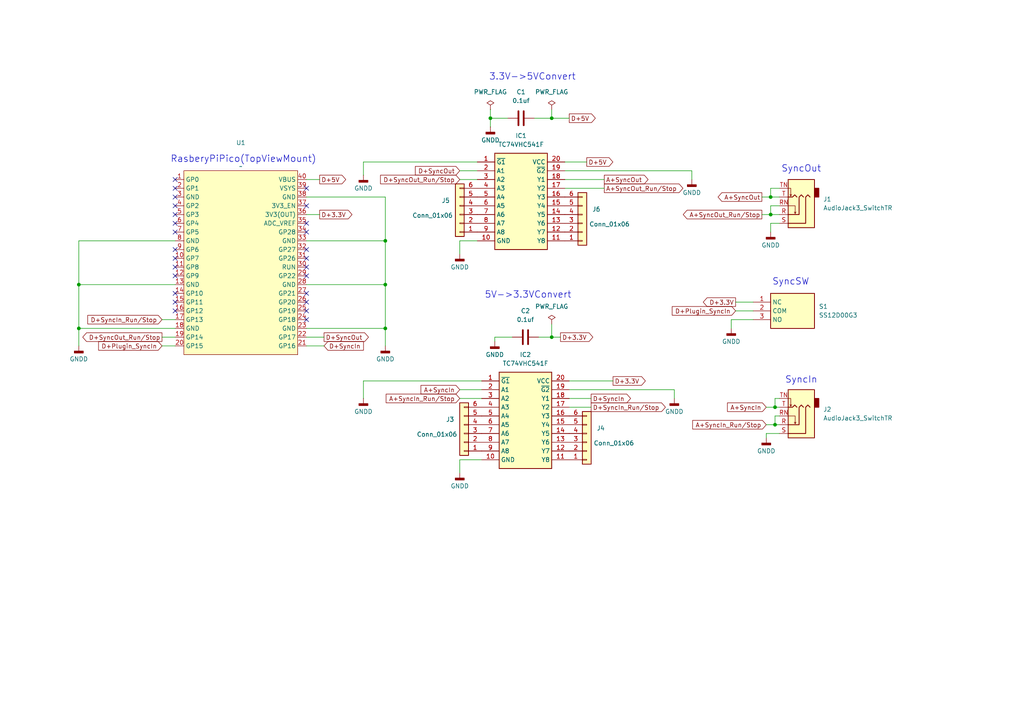
<source format=kicad_sch>
(kicad_sch (version 20231120) (generator "eeschema") (generator_version "8.0")
  (paper "A4")
  (lib_symbols
    (symbol "Connector_Audio:AudioJack3_SwitchTR"
      (property "Reference" "J" (at 0 8.89 0))
      (property "Value" "AudioJack3_SwitchTR" (at 0 6.35 0))
      (symbol "AudioJack3_SwitchTR_0_1"
        (rectangle (start -5.08 -5.08) (end -6.35 -7.62) (stroke (width 0.254)) (fill (type outline)))
        (polyline (pts (xy 0.508 -0.254) (xy 0.762 -0.762)))
        (polyline (pts (xy 1.778 -5.334) (xy 2.032 -5.842)))
        (polyline (pts (xy 0 -5.08) (xy 0.635 -5.715) (xy 1.27 -5.08) (xy 2.54 -5.08)) (stroke (width 0.254)))
        (polyline (pts (xy 2.54 -7.62) (xy 1.778 -7.62) (xy 1.778 -5.334) (xy 1.524 -5.842)))
        (polyline (pts (xy 2.54 -2.54) (xy 0.508 -2.54) (xy 0.508 -0.254) (xy 0.254 -0.762)))
        (polyline (pts (xy -1.905 -5.08) (xy -1.27 -5.715) (xy -0.635 -5.08) (xy -0.635 0) (xy 2.54 0)) (stroke (width 0.254)))
        (polyline (pts (xy 2.54 2.54) (xy -2.54 2.54) (xy -2.54 -5.08) (xy -3.175 -5.715) (xy -3.81 -5.08)) (stroke (width 0.254)))
        (rectangle (start 2.54 3.81) (end -5.08 -10.16) (stroke (width 0.254)) (fill (type background)))
      )
      (symbol "AudioJack3_SwitchTR_1_1"
        (pin passive line (at 5.08 0 180) (length 2.54) (name "~") (number "R"))
        (pin passive line (at 5.08 -2.54 180) (length 2.54) (name "~") (number "RN"))
        (pin passive line (at 5.08 2.54 180) (length 2.54) (name "~") (number "S"))
        (pin passive line (at 5.08 -5.08 180) (length 2.54) (name "~") (number "T"))
        (pin passive line (at 5.08 -7.62 180) (length 2.54) (name "~") (number "TN"))
      )
    )
    (symbol "Connector_Generic:Conn_01x06" (pin_names (offset 1.016) hide)
      (property "Reference" "J" (at 0 7.62 0))
      (property "Value" "Conn_01x06" (at 0 -10.16 0))
      (symbol "Conn_01x06_1_1"
        (rectangle (start -1.27 -7.493) (end 0 -7.747) (stroke (width 0.1524)))
        (rectangle (start -1.27 -4.953) (end 0 -5.207) (stroke (width 0.1524)))
        (rectangle (start -1.27 -2.413) (end 0 -2.667) (stroke (width 0.1524)))
        (rectangle (start -1.27 0.127) (end 0 -0.127) (stroke (width 0.1524)))
        (rectangle (start -1.27 2.667) (end 0 2.413) (stroke (width 0.1524)))
        (rectangle (start -1.27 5.207) (end 0 4.953) (stroke (width 0.1524)))
        (rectangle (start -1.27 6.35) (end 1.27 -8.89) (stroke (width 0.254)) (fill (type background)))
        (pin passive line (at -5.08 5.08 0) (length 3.81) (name "Pin_1") (number "1"))
        (pin passive line (at -5.08 2.54 0) (length 3.81) (name "Pin_2") (number "2"))
        (pin passive line (at -5.08 0 0) (length 3.81) (name "Pin_3") (number "3"))
        (pin passive line (at -5.08 -2.54 0) (length 3.81) (name "Pin_4") (number "4"))
        (pin passive line (at -5.08 -5.08 0) (length 3.81) (name "Pin_5") (number "5"))
        (pin passive line (at -5.08 -7.62 0) (length 3.81) (name "Pin_6") (number "6"))
      )
    )
    (symbol "Device:C" (pin_numbers hide) (pin_names (offset 0.254))
      (property "Reference" "C" (at 0.635 2.54 0))
      (property "Value" "C" (at 0.635 -2.54 0))
      (symbol "C_0_1"
        (polyline (pts (xy -2.032 -0.762) (xy 2.032 -0.762)) (stroke (width 0.508)))
        (polyline (pts (xy -2.032 0.762) (xy 2.032 0.762)) (stroke (width 0.508)))
      )
      (symbol "C_1_1"
        (pin passive line (at 0 3.81 270) (length 2.794) (name "~") (number "1"))
        (pin passive line (at 0 -3.81 90) (length 2.794) (name "~") (number "2"))
      )
    )
    (symbol "SamacSys_Parts:Raspberry_Pi_Pico_DIPConnector"
      (property "Reference" "U" (at 0 28.702 0))
      (symbol "Raspberry_Pi_Pico_DIPConnector_1_1"
        (rectangle (start -16.51 25.4) (end 16.51 -27.94) (fill (type background)))
        (pin bidirectional line (at -19.05 22.86 0) (length 2.54) (name "GP0") (number "1"))
        (pin bidirectional line (at -19.05 0 0) (length 2.54) (name "GP7") (number "10"))
        (pin bidirectional line (at -19.05 -2.54 0) (length 2.54) (name "GP8") (number "11"))
        (pin bidirectional line (at -19.05 -5.08 0) (length 2.54) (name "GP9") (number "12"))
        (pin power_in line (at -19.05 -7.62 0) (length 2.54) (name "GND") (number "13"))
        (pin bidirectional line (at -19.05 -10.16 0) (length 2.54) (name "GP10") (number "14"))
        (pin bidirectional line (at -19.05 -12.7 0) (length 2.54) (name "GP11") (number "15"))
        (pin bidirectional line (at -19.05 -15.24 0) (length 2.54) (name "GP12") (number "16"))
        (pin bidirectional line (at -19.05 -17.78 0) (length 2.54) (name "GP13") (number "17"))
        (pin power_in line (at -19.05 -20.32 0) (length 2.54) (name "GND") (number "18"))
        (pin bidirectional line (at -19.05 -22.86 0) (length 2.54) (name "GP14") (number "19"))
        (pin bidirectional line (at -19.05 20.32 0) (length 2.54) (name "GP1") (number "2"))
        (pin bidirectional line (at -19.05 -25.4 0) (length 2.54) (name "GP15") (number "20"))
        (pin bidirectional line (at 19.05 -25.4 180) (length 2.54) (name "GP16") (number "21"))
        (pin bidirectional line (at 19.05 -22.86 180) (length 2.54) (name "GP17") (number "22"))
        (pin power_in line (at 19.05 -20.32 180) (length 2.54) (name "GND") (number "23"))
        (pin bidirectional line (at 19.05 -17.78 180) (length 2.54) (name "GP18") (number "24"))
        (pin bidirectional line (at 19.05 -15.24 180) (length 2.54) (name "GP19") (number "25"))
        (pin bidirectional line (at 19.05 -12.7 180) (length 2.54) (name "GP20") (number "26"))
        (pin bidirectional line (at 19.05 -10.16 180) (length 2.54) (name "GP21") (number "27"))
        (pin power_in line (at 19.05 -7.62 180) (length 2.54) (name "GND") (number "28"))
        (pin bidirectional line (at 19.05 -5.08 180) (length 2.54) (name "GP22") (number "29"))
        (pin power_in line (at -19.05 17.78 0) (length 2.54) (name "GND") (number "3"))
        (pin input line (at 19.05 -2.54 180) (length 2.54) (name "RUN") (number "30"))
        (pin bidirectional line (at 19.05 0 180) (length 2.54) (name "GP26") (number "31"))
        (pin bidirectional line (at 19.05 2.54 180) (length 2.54) (name "GP27") (number "32"))
        (pin power_in line (at 19.05 5.08 180) (length 2.54) (name "GND") (number "33"))
        (pin bidirectional line (at 19.05 7.62 180) (length 2.54) (name "GP28") (number "34"))
        (pin input line (at 19.05 10.16 180) (length 2.54) (name "ADC_VREF") (number "35"))
        (pin power_in line (at 19.05 12.7 180) (length 2.54) (name "3V3(OUT)") (number "36"))
        (pin input line (at 19.05 15.24 180) (length 2.54) (name "3V3_EN") (number "37"))
        (pin power_in line (at 19.05 17.78 180) (length 2.54) (name "GND") (number "38"))
        (pin power_in line (at 19.05 20.32 180) (length 2.54) (name "VSYS") (number "39"))
        (pin bidirectional line (at -19.05 15.24 0) (length 2.54) (name "GP2") (number "4"))
        (pin power_in line (at 19.05 22.86 180) (length 2.54) (name "VBUS") (number "40"))
        (pin bidirectional line (at -19.05 12.7 0) (length 2.54) (name "GP3") (number "5"))
        (pin bidirectional line (at -19.05 10.16 0) (length 2.54) (name "GP4") (number "6"))
        (pin bidirectional line (at -19.05 7.62 0) (length 2.54) (name "GP5") (number "7"))
        (pin power_in line (at -19.05 5.08 0) (length 2.54) (name "GND") (number "8"))
        (pin bidirectional line (at -19.05 2.54 0) (length 2.54) (name "GP6") (number "9"))
      )
    )
    (symbol "SamacSys_Parts:SS12D00G3"
      (property "Reference" "S1" (at 19.05 -1.2699 0))
      (property "Value" "SS12D00G3" (at 19.05 -3.8099 0))
      (symbol "SS12D00G3_1_1"
        (rectangle (start 5.08 2.54) (end 17.78 -7.62) (stroke (width 0.254)) (fill (type background)))
        (pin passive line (at 0 0 0) (length 5.08) (name "NC") (number "1"))
        (pin passive line (at 0 -2.54 0) (length 5.08) (name "COM") (number "2"))
        (pin passive line (at 0 -5.08 0) (length 5.08) (name "NO") (number "3"))
      )
    )
    (symbol "SamacSys_Parts:TC74VHC541F"
      (property "Reference" "IC" (at 21.59 7.62 0))
      (property "Value" "TC74VHC541F" (at 21.59 5.08 0))
      (symbol "TC74VHC541F_1_1"
        (rectangle (start 5.08 2.54) (end 20.32 -25.4) (stroke (width 0.254)) (fill (type background)))
        (pin passive line (at 0 0 0) (length 5.08) (name "~{G1}") (number "1"))
        (pin passive line (at 0 -22.86 0) (length 5.08) (name "GND") (number "10"))
        (pin passive line (at 25.4 -22.86 180) (length 5.08) (name "Y8") (number "11"))
        (pin passive line (at 25.4 -20.32 180) (length 5.08) (name "Y7") (number "12"))
        (pin passive line (at 25.4 -17.78 180) (length 5.08) (name "Y6") (number "13"))
        (pin passive line (at 25.4 -15.24 180) (length 5.08) (name "Y5") (number "14"))
        (pin passive line (at 25.4 -12.7 180) (length 5.08) (name "Y4") (number "15"))
        (pin passive line (at 25.4 -10.16 180) (length 5.08) (name "Y3") (number "16"))
        (pin passive line (at 25.4 -7.62 180) (length 5.08) (name "Y2") (number "17"))
        (pin passive line (at 25.4 -5.08 180) (length 5.08) (name "Y1") (number "18"))
        (pin passive line (at 25.4 -2.54 180) (length 5.08) (name "~{G2}") (number "19"))
        (pin passive line (at 0 -2.54 0) (length 5.08) (name "A1") (number "2"))
        (pin passive line (at 25.4 0 180) (length 5.08) (name "VCC") (number "20"))
        (pin passive line (at 0 -5.08 0) (length 5.08) (name "A2") (number "3"))
        (pin passive line (at 0 -7.62 0) (length 5.08) (name "A3") (number "4"))
        (pin passive line (at 0 -10.16 0) (length 5.08) (name "A4") (number "5"))
        (pin passive line (at 0 -12.7 0) (length 5.08) (name "A5") (number "6"))
        (pin passive line (at 0 -15.24 0) (length 5.08) (name "A6") (number "7"))
        (pin passive line (at 0 -17.78 0) (length 5.08) (name "A7") (number "8"))
        (pin passive line (at 0 -20.32 0) (length 5.08) (name "A8") (number "9"))
      )
    )
    (symbol "power:GNDD" (power) (pin_numbers hide) (pin_names (offset 0) hide)
      (property "Value" "GNDD" (at 0 -3.175 0))
      (symbol "GNDD_0_1"
        (rectangle (start -1.27 -1.524) (end 1.27 -2.032) (stroke (width 0.254)) (fill (type outline)))
        (polyline (pts (xy 0 0) (xy 0 -1.524)))
      )
      (symbol "GNDD_1_1"
        (pin power_in line (at 0 0 270) (length 0) (name "~") (number "1"))
      )
    )
    (symbol "power:PWR_FLAG" (power) (pin_numbers hide) (pin_names (offset 0) hide)
      (property "Value" "PWR_FLAG" (at 0 3.81 0))
      (symbol "PWR_FLAG_0_0"
        (pin power_out line (at 0 0 90) (length 0) (name "~") (number "1"))
      )
      (symbol "PWR_FLAG_0_1"
        (polyline (pts (xy 0 0) (xy 0 1.27) (xy -1.016 1.905) (xy 0 2.54) (xy 1.016 1.905) (xy 0 1.27)))
      )
    )
  )
  (junction (at 111.76 69.85))
  (junction (at 111.76 95.25))
  (junction (at 223.52 57.15))
  (junction (at 142.24 34.29))
  (junction (at 223.52 62.23))
  (junction (at 111.76 82.55))
  (junction (at 160.02 97.79))
  (junction (at 160.02 34.29))
  (junction (at 224.79 118.11))
  (junction (at 224.79 123.19))
  (junction (at 22.86 82.55))
  (junction (at 22.86 95.25))
  (no_connect (at 88.9 64.77))
  (no_connect (at 50.8 77.47))
  (no_connect (at 50.8 80.01))
  (no_connect (at 50.8 64.77))
  (no_connect (at 50.8 87.63))
  (no_connect (at 88.9 77.47))
  (no_connect (at 50.8 67.31))
  (no_connect (at 50.8 62.23))
  (no_connect (at 88.9 72.39))
  (no_connect (at 88.9 74.93))
  (no_connect (at 88.9 59.69))
  (no_connect (at 50.8 74.93))
  (no_connect (at 50.8 90.17))
  (no_connect (at 50.8 57.15))
  (no_connect (at 88.9 87.63))
  (no_connect (at 50.8 59.69))
  (no_connect (at 88.9 80.01))
  (no_connect (at 50.8 72.39))
  (no_connect (at 88.9 92.71))
  (no_connect (at 50.8 52.07))
  (no_connect (at 88.9 85.09))
  (no_connect (at 50.8 85.09))
  (no_connect (at 88.9 54.61))
  (no_connect (at 88.9 67.31))
  (no_connect (at 88.9 90.17))
  (no_connect (at 50.8 54.61))
  (wire (pts (xy 22.86 82.55) (xy 22.86 95.25)))
  (wire (pts (xy 224.79 120.65) (xy 224.79 123.19)))
  (wire (pts (xy 88.9 95.25) (xy 111.76 95.25)))
  (wire (pts (xy 226.06 115.57) (xy 224.79 115.57)))
  (wire (pts (xy 195.58 113.03) (xy 195.58 115.57)))
  (wire (pts (xy 220.98 57.15) (xy 223.52 57.15)))
  (wire (pts (xy 200.66 49.53) (xy 200.66 52.07)))
  (wire (pts (xy 111.76 95.25) (xy 111.76 100.33)))
  (wire (pts (xy 175.26 52.07) (xy 163.83 52.07)))
  (wire (pts (xy 142.24 34.29) (xy 142.24 36.83)))
  (wire (pts (xy 220.98 62.23) (xy 223.52 62.23)))
  (wire (pts (xy 88.9 82.55) (xy 111.76 82.55)))
  (wire (pts (xy 212.09 92.71) (xy 212.09 95.25)))
  (wire (pts (xy 223.52 64.77) (xy 223.52 67.31)))
  (wire (pts (xy 148.59 97.79) (xy 143.51 97.79)))
  (wire (pts (xy 142.24 31.75) (xy 142.24 34.29)))
  (wire (pts (xy 218.44 92.71) (xy 212.09 92.71)))
  (wire (pts (xy 223.52 54.61) (xy 223.52 57.15)))
  (wire (pts (xy 133.35 133.35) (xy 133.35 137.16)))
  (wire (pts (xy 226.06 59.69) (xy 223.52 59.69)))
  (wire (pts (xy 224.79 118.11) (xy 226.06 118.11)))
  (wire (pts (xy 154.94 34.29) (xy 160.02 34.29)))
  (wire (pts (xy 163.83 49.53) (xy 200.66 49.53)))
  (wire (pts (xy 160.02 97.79) (xy 162.56 97.79)))
  (wire (pts (xy 165.1 110.49) (xy 177.8 110.49)))
  (wire (pts (xy 88.9 62.23) (xy 92.71 62.23)))
  (wire (pts (xy 224.79 115.57) (xy 224.79 118.11)))
  (wire (pts (xy 88.9 52.07) (xy 92.71 52.07)))
  (wire (pts (xy 105.41 110.49) (xy 105.41 115.57)))
  (wire (pts (xy 163.83 46.99) (xy 170.18 46.99)))
  (wire (pts (xy 175.26 54.61) (xy 163.83 54.61)))
  (wire (pts (xy 138.43 46.99) (xy 105.41 46.99)))
  (wire (pts (xy 22.86 69.85) (xy 22.86 82.55)))
  (wire (pts (xy 223.52 62.23) (xy 226.06 62.23)))
  (wire (pts (xy 88.9 97.79) (xy 93.98 97.79)))
  (wire (pts (xy 222.25 123.19) (xy 224.79 123.19)))
  (wire (pts (xy 156.21 97.79) (xy 160.02 97.79)))
  (wire (pts (xy 165.1 113.03) (xy 195.58 113.03)))
  (wire (pts (xy 139.7 110.49) (xy 105.41 110.49)))
  (wire (pts (xy 133.35 52.07) (xy 138.43 52.07)))
  (wire (pts (xy 138.43 69.85) (xy 133.35 69.85)))
  (wire (pts (xy 22.86 95.25) (xy 22.86 100.33)))
  (wire (pts (xy 46.99 92.71) (xy 50.8 92.71)))
  (wire (pts (xy 46.99 100.33) (xy 50.8 100.33)))
  (wire (pts (xy 171.45 118.11) (xy 165.1 118.11)))
  (wire (pts (xy 226.06 64.77) (xy 223.52 64.77)))
  (wire (pts (xy 50.8 69.85) (xy 22.86 69.85)))
  (wire (pts (xy 46.99 97.79) (xy 50.8 97.79)))
  (wire (pts (xy 223.52 57.15) (xy 226.06 57.15)))
  (wire (pts (xy 226.06 125.73) (xy 222.25 125.73)))
  (wire (pts (xy 139.7 133.35) (xy 133.35 133.35)))
  (wire (pts (xy 222.25 118.11) (xy 224.79 118.11)))
  (wire (pts (xy 160.02 34.29) (xy 165.1 34.29)))
  (wire (pts (xy 133.35 115.57) (xy 139.7 115.57)))
  (wire (pts (xy 226.06 120.65) (xy 224.79 120.65)))
  (wire (pts (xy 88.9 57.15) (xy 111.76 57.15)))
  (wire (pts (xy 111.76 82.55) (xy 111.76 95.25)))
  (wire (pts (xy 133.35 49.53) (xy 138.43 49.53)))
  (wire (pts (xy 222.25 125.73) (xy 222.25 127)))
  (wire (pts (xy 50.8 95.25) (xy 22.86 95.25)))
  (wire (pts (xy 50.8 82.55) (xy 22.86 82.55)))
  (wire (pts (xy 111.76 69.85) (xy 111.76 82.55)))
  (wire (pts (xy 111.76 57.15) (xy 111.76 69.85)))
  (wire (pts (xy 133.35 113.03) (xy 139.7 113.03)))
  (wire (pts (xy 105.41 46.99) (xy 105.41 50.8)))
  (wire (pts (xy 88.9 69.85) (xy 111.76 69.85)))
  (wire (pts (xy 160.02 93.98) (xy 160.02 97.79)))
  (wire (pts (xy 224.79 123.19) (xy 226.06 123.19)))
  (wire (pts (xy 147.32 34.29) (xy 142.24 34.29)))
  (wire (pts (xy 88.9 100.33) (xy 93.98 100.33)))
  (wire (pts (xy 171.45 115.57) (xy 165.1 115.57)))
  (wire (pts (xy 213.36 87.63) (xy 218.44 87.63)))
  (wire (pts (xy 213.36 90.17) (xy 218.44 90.17)))
  (wire (pts (xy 226.06 54.61) (xy 223.52 54.61)))
  (wire (pts (xy 223.52 59.69) (xy 223.52 62.23)))
  (wire (pts (xy 143.51 97.79) (xy 143.51 99.06)))
  (wire (pts (xy 160.02 31.75) (xy 160.02 34.29)))
  (wire (pts (xy 133.35 69.85) (xy 133.35 73.66)))
  (text "RasberyPiPico(TopViewMount)" (at 70.612 46.228 0) (effects (font (size 1.905 1.905))))
  (text "SyncIn" (at 232.41 110.236 0) (effects (font (size 1.905 1.905))))
  (text "3.3V->5VConvert" (at 154.432 22.352 0) (effects (font (size 1.905 1.905))))
  (text "SyncSW" (at 229.362 81.788 0) (effects (font (size 1.905 1.905))))
  (text "SyncOut" (at 232.41 49.022 0) (effects (font (size 1.905 1.905))))
  (text "5V->3.3VConvert" (at 153.162 85.598 0) (effects (font (size 1.905 1.905))))
  (global_label "D+3.3V" (shape output) (at 162.56 97.79 0) (property "Intersheetrefs" "${INTERSHEET_REFS}" (effects (hide yes))))
  (global_label "D+3.3V" (shape output) (at 213.36 87.63 180) (property "Intersheetrefs" "${INTERSHEET_REFS}" (effects (hide yes))))
  (global_label "D+SyncIn" (shape output) (at 171.45 115.57 0) (property "Intersheetrefs" "${INTERSHEET_REFS}" (effects (hide yes))))
  (global_label "A+SyncIn_Run/Stop" (shape input) (at 222.25 123.19 180) (property "Intersheetrefs" "${INTERSHEET_REFS}" (effects (hide yes))))
  (global_label "D+SyncIn" (shape input) (at 93.98 100.33 0) (property "Intersheetrefs" "${INTERSHEET_REFS}" (effects (hide yes))))
  (global_label "A+SyncIn_Run/Stop" (shape input) (at 133.35 115.57 180) (property "Intersheetrefs" "${INTERSHEET_REFS}" (effects (hide yes))))
  (global_label "D+SyncIn_Run/Stop" (shape output) (at 171.45 118.11 0) (property "Intersheetrefs" "${INTERSHEET_REFS}" (effects (hide yes))))
  (global_label "D+5V" (shape output) (at 165.1 34.29 0) (property "Intersheetrefs" "${INTERSHEET_REFS}" (effects (hide yes))))
  (global_label "D+SyncOut_Run/Stop" (shape output) (at 46.99 97.79 180) (property "Intersheetrefs" "${INTERSHEET_REFS}" (effects (hide yes))))
  (global_label "D+SyncIn_Run/Stop" (shape input) (at 46.99 92.71 180) (property "Intersheetrefs" "${INTERSHEET_REFS}" (effects (hide yes))))
  (global_label "D+5V" (shape output) (at 170.18 46.99 0) (property "Intersheetrefs" "${INTERSHEET_REFS}" (effects (hide yes))))
  (global_label "D+SyncOut_Run/Stop" (shape input) (at 133.35 52.07 180) (property "Intersheetrefs" "${INTERSHEET_REFS}" (effects (hide yes))))
  (global_label "D+SyncOut" (shape output) (at 93.98 97.79 0) (property "Intersheetrefs" "${INTERSHEET_REFS}" (effects (hide yes))))
  (global_label "A+SyncOut_Run/Stop" (shape output) (at 220.98 62.23 180) (property "Intersheetrefs" "${INTERSHEET_REFS}" (effects (hide yes))))
  (global_label "D+Plugin_SyncIn" (shape input) (at 46.99 100.33 180) (property "Intersheetrefs" "${INTERSHEET_REFS}" (effects (hide yes))))
  (global_label "D+Plugin_SyncIn" (shape input) (at 213.36 90.17 180) (property "Intersheetrefs" "${INTERSHEET_REFS}" (effects (hide yes))))
  (global_label "A+SyncOut_Run/Stop" (shape output) (at 175.26 54.61 0) (property "Intersheetrefs" "${INTERSHEET_REFS}" (effects (hide yes))))
  (global_label "D+3.3V" (shape output) (at 92.71 62.23 0) (property "Intersheetrefs" "${INTERSHEET_REFS}" (effects (hide yes))))
  (global_label "A+SyncOut" (shape output) (at 220.98 57.15 180) (property "Intersheetrefs" "${INTERSHEET_REFS}" (effects (hide yes))))
  (global_label "A+SyncOut" (shape output) (at 175.26 52.07 0) (property "Intersheetrefs" "${INTERSHEET_REFS}" (effects (hide yes))))
  (global_label "A+SyncIn" (shape input) (at 222.25 118.11 180) (property "Intersheetrefs" "${INTERSHEET_REFS}" (effects (hide yes))))
  (global_label "D+5V" (shape output) (at 92.71 52.07 0) (property "Intersheetrefs" "${INTERSHEET_REFS}" (effects (hide yes))))
  (global_label "D+SyncOut" (shape input) (at 133.35 49.53 180) (property "Intersheetrefs" "${INTERSHEET_REFS}" (effects (hide yes))))
  (global_label "D+3.3V" (shape output) (at 177.8 110.49 0) (property "Intersheetrefs" "${INTERSHEET_REFS}" (effects (hide yes))))
  (global_label "A+SyncIn" (shape input) (at 133.35 113.03 180) (property "Intersheetrefs" "${INTERSHEET_REFS}" (effects (hide yes))))
  (symbol (lib_id "SamacSys_Parts:Raspberry_Pi_Pico_DIPConnector") (at 69.85 74.93 0) (unit 1)
    (property "Reference" "U1" (at 69.85 41.402 0))
    (property "Value" "~" (at 69.85 48.26 0))
    (property "Footprint" "SamacSys_Parts:Raspberry Pi Pico DIP-40_W17.76mm" (effects (hide yes)))
  )
  (symbol (lib_id "Device:C") (at 151.13 34.29 90) (unit 1)
    (property "Reference" "C1" (at 151.13 26.67 90))
    (property "Value" "0.1uf" (at 151.13 29.21 90))
    (property "Footprint" "Capacitor_SMD:C_0805_2012Metric_Pad1.18x1.45mm_HandSolder" (effects (hide yes)))
    (property "Description" "Unpolarized capacitor" (effects (hide yes)))
  )
  (symbol (lib_id "Connector_Generic:Conn_01x06") (at 168.91 64.77 0) (mirror x) (unit 1)
    (property "Reference" "J6" (at 172.974 60.706 0))
    (property "Value" "Conn_01x06" (at 176.784 65.024 0))
    (property "Footprint" "Connector_PinHeader_2.54mm:PinHeader_1x06_P2.54mm_Vertical" (effects (hide yes)))
    (property "Description" "Generic connector, single row, 01x06, script generated (kicad-library-utils/schlib/autogen/connector/)" (effects (hide yes)))
  )
  (symbol (lib_id "power:GNDD") (at 143.51 99.06 0) (unit 1)
    (property "Reference" "#PWR010" (effects (hide yes)))
    (property "Value" "GNDD" (at 143.51 102.87 0))
    (property "Description" "Power symbol creates a global label with name \"GNDD\" , digital ground" (effects (hide yes)))
  )
  (symbol (lib_id "Connector_Generic:Conn_01x06") (at 133.35 62.23 180) (unit 1)
    (property "Reference" "J5" (at 129.286 58.166 0))
    (property "Value" "Conn_01x06" (at 125.476 62.484 0))
    (property "Footprint" "Connector_PinHeader_2.54mm:PinHeader_1x06_P2.54mm_Vertical" (effects (hide yes)))
    (property "Description" "Generic connector, single row, 01x06, script generated (kicad-library-utils/schlib/autogen/connector/)" (effects (hide yes)))
  )
  (symbol (lib_id "power:GNDD") (at 133.35 73.66 0) (unit 1)
    (property "Reference" "#PWR03" (effects (hide yes)))
    (property "Value" "GNDD" (at 133.35 77.47 0))
    (property "Description" "Power symbol creates a global label with name \"GNDD\" , digital ground" (effects (hide yes)))
  )
  (symbol (lib_id "power:GNDD") (at 223.52 67.31 0) (unit 1)
    (property "Reference" "#PWR011" (effects (hide yes)))
    (property "Value" "GNDD" (at 223.52 71.12 0))
    (property "Description" "Power symbol creates a global label with name \"GNDD\" , digital ground" (effects (hide yes)))
  )
  (symbol (lib_id "power:GNDD") (at 200.66 52.07 0) (unit 1)
    (property "Reference" "#PWR06" (effects (hide yes)))
    (property "Value" "GNDD" (at 200.66 55.88 0))
    (property "Description" "Power symbol creates a global label with name \"GNDD\" , digital ground" (effects (hide yes)))
  )
  (symbol (lib_id "power:GNDD") (at 195.58 115.57 0) (unit 1)
    (property "Reference" "#PWR08" (effects (hide yes)))
    (property "Value" "GNDD" (at 195.58 119.38 0))
    (property "Description" "Power symbol creates a global label with name \"GNDD\" , digital ground" (effects (hide yes)))
  )
  (symbol (lib_id "power:PWR_FLAG") (at 160.02 93.98 0) (unit 1)
    (property "Reference" "#FLG03" (effects (hide yes)))
    (property "Value" "PWR_FLAG" (at 160.02 88.9 0))
    (property "Description" "Special symbol for telling ERC where power comes from" (effects (hide yes)))
  )
  (symbol (lib_id "SamacSys_Parts:TC74VHC541F") (at 138.43 46.99 0) (unit 1)
    (property "Reference" "IC1" (at 151.13 39.37 0))
    (property "Value" "TC74VHC541F" (at 151.13 41.91 0))
    (property "Footprint" "SOIC127P780X190-20N" (effects (hide yes)))
    (property "Datasheet" "https://toshiba.semicon-storage.com/info/docget.jsp?did=18091&prodName=TC74VHC541F" (effects (hide yes)))
    (property "Description" "Buffer/Line Driver 8-CH Non-Inverting 3-ST CMOS 20-Pin SOP T/R" (effects (hide yes)))
    (property "Height" "1.9" (effects (hide yes)))
    (property "Manufacturer_Name" "Toshiba" (effects (hide yes)))
    (property "Manufacturer_Part_Number" "TC74VHC541F" (effects (hide yes)))
    (property "Mouser Part Number" "757-TC74VHC541F" (effects (hide yes)))
    (property "Mouser Price/Stock" "https://www.mouser.co.uk/ProductDetail/Toshiba/TC74VHC541F?qs=YSwmw3WEQ5Qsf0YT7YO3bA%3D%3D" (effects (hide yes)))
    (property "Simulation Data" "https://toshiba.semicon-storage.com/info/docget.jsp?did=21322&prodName=TC74VHC541F&displang=en&returnFlg=true" (effects (hide yes)))
  )
  (symbol (lib_id "power:GNDD") (at 105.41 115.57 0) (unit 1)
    (property "Reference" "#PWR07" (effects (hide yes)))
    (property "Value" "GNDD" (at 105.41 119.38 0))
    (property "Description" "Power symbol creates a global label with name \"GNDD\" , digital ground" (effects (hide yes)))
  )
  (symbol (lib_id "Connector_Generic:Conn_01x06") (at 170.18 128.27 0) (mirror x) (unit 1)
    (property "Reference" "J4" (at 174.244 124.206 0))
    (property "Value" "Conn_01x06" (at 178.054 128.524 0))
    (property "Footprint" "Connector_PinHeader_2.54mm:PinHeader_1x06_P2.54mm_Vertical" (effects (hide yes)))
    (property "Description" "Generic connector, single row, 01x06, script generated (kicad-library-utils/schlib/autogen/connector/)" (effects (hide yes)))
  )
  (symbol (lib_id "Connector_Audio:AudioJack3_SwitchTR") (at 231.14 62.23 180) (unit 1)
    (property "Reference" "J1" (at 238.76 57.7849 0) (effects (justify right)))
    (property "Value" "AudioJack3_SwitchTR" (at 238.76 60.3249 0) (effects (justify right)))
    (property "Footprint" "Connector_Audio:Jack_3.5mm_CUI_SJ1-3515N_Horizontal" (effects (hide yes)))
    (property "Description" "Audio Jack, 3 Poles (Stereo / TRS), Switched TR Poles (Normalling)" (effects (hide yes)))
  )
  (symbol (lib_id "power:GNDD") (at 222.25 127 0) (unit 1)
    (property "Reference" "#PWR012" (effects (hide yes)))
    (property "Value" "GNDD" (at 222.25 130.81 0))
    (property "Description" "Power symbol creates a global label with name \"GNDD\" , digital ground" (effects (hide yes)))
  )
  (symbol (lib_id "power:GNDD") (at 142.24 36.83 0) (unit 1)
    (property "Reference" "#PWR09" (effects (hide yes)))
    (property "Value" "GNDD" (at 142.24 40.64 0))
    (property "Description" "Power symbol creates a global label with name \"GNDD\" , digital ground" (effects (hide yes)))
  )
  (symbol (lib_id "power:GNDD") (at 22.86 100.33 0) (unit 1)
    (property "Reference" "#PWR02" (effects (hide yes)))
    (property "Value" "GNDD" (at 22.86 104.14 0))
    (property "Description" "Power symbol creates a global label with name \"GNDD\" , digital ground" (effects (hide yes)))
  )
  (symbol (lib_id "power:GNDD") (at 212.09 95.25 0) (unit 1)
    (property "Reference" "#PWR013" (effects (hide yes)))
    (property "Value" "GNDD" (at 212.09 99.06 0))
    (property "Description" "Power symbol creates a global label with name \"GNDD\" , digital ground" (effects (hide yes)))
  )
  (symbol (lib_id "SamacSys_Parts:SS12D00G3") (at 218.44 87.63 0) (unit 1)
    (property "Reference" "S1" (at 237.49 88.8999 0) (effects (justify left)))
    (property "Value" "SS12D00G3" (at 237.49 91.4399 0) (effects (justify left)))
    (property "Footprint" "SamacSys_Parts:SS12D00G3" (effects (hide yes)))
    (property "Datasheet" "http://vimex.com/switches/techdocs/SS12D00-tech.pdf" (effects (hide yes)))
    (property "Description" "3 Pin Toggle Switch" (effects (hide yes)))
    (property "Height" "7" (effects (hide yes)))
    (property "Manufacturer_Name" "Vimex" (effects (hide yes)))
    (property "Manufacturer_Part_Number" "SS12D00G3" (effects (hide yes)))
  )
  (symbol (lib_id "SamacSys_Parts:TC74VHC541F") (at 139.7 110.49 0) (unit 1)
    (property "Reference" "IC2" (at 152.4 102.87 0))
    (property "Value" "TC74VHC541F" (at 152.4 105.41 0))
    (property "Footprint" "SOIC127P780X190-20N" (effects (hide yes)))
    (property "Datasheet" "https://toshiba.semicon-storage.com/info/docget.jsp?did=18091&prodName=TC74VHC541F" (effects (hide yes)))
    (property "Description" "Buffer/Line Driver 8-CH Non-Inverting 3-ST CMOS 20-Pin SOP T/R" (effects (hide yes)))
    (property "Height" "1.9" (effects (hide yes)))
    (property "Manufacturer_Name" "Toshiba" (effects (hide yes)))
    (property "Manufacturer_Part_Number" "TC74VHC541F" (effects (hide yes)))
    (property "Mouser Part Number" "757-TC74VHC541F" (effects (hide yes)))
    (property "Mouser Price/Stock" "https://www.mouser.co.uk/ProductDetail/Toshiba/TC74VHC541F?qs=YSwmw3WEQ5Qsf0YT7YO3bA%3D%3D" (effects (hide yes)))
    (property "Simulation Data" "https://toshiba.semicon-storage.com/info/docget.jsp?did=21322&prodName=TC74VHC541F&displang=en&returnFlg=true" (effects (hide yes)))
  )
  (symbol (lib_id "power:GNDD") (at 111.76 100.33 0) (unit 1)
    (property "Reference" "#PWR01" (effects (hide yes)))
    (property "Value" "GNDD" (at 111.76 104.14 0))
    (property "Description" "Power symbol creates a global label with name \"GNDD\" , digital ground" (effects (hide yes)))
  )
  (symbol (lib_id "Connector_Audio:AudioJack3_SwitchTR") (at 231.14 123.19 180) (unit 1)
    (property "Reference" "J2" (at 238.76 118.7449 0) (effects (justify right)))
    (property "Value" "AudioJack3_SwitchTR" (at 238.76 121.2849 0) (effects (justify right)))
    (property "Footprint" "Connector_Audio:Jack_3.5mm_CUI_SJ1-3515N_Horizontal" (effects (hide yes)))
    (property "Description" "Audio Jack, 3 Poles (Stereo / TRS), Switched TR Poles (Normalling)" (effects (hide yes)))
  )
  (symbol (lib_id "Connector_Generic:Conn_01x06") (at 134.62 125.73 180) (unit 1)
    (property "Reference" "J3" (at 130.556 121.666 0))
    (property "Value" "Conn_01x06" (at 126.746 125.984 0))
    (property "Footprint" "Connector_PinHeader_2.54mm:PinHeader_1x06_P2.54mm_Vertical" (effects (hide yes)))
    (property "Description" "Generic connector, single row, 01x06, script generated (kicad-library-utils/schlib/autogen/connector/)" (effects (hide yes)))
  )
  (symbol (lib_id "Device:C") (at 152.4 97.79 90) (unit 1)
    (property "Reference" "C2" (at 152.4 90.17 90))
    (property "Value" "0.1uf" (at 152.4 92.71 90))
    (property "Footprint" "Capacitor_SMD:C_0805_2012Metric_Pad1.18x1.45mm_HandSolder" (effects (hide yes)))
    (property "Description" "Unpolarized capacitor" (effects (hide yes)))
  )
  (symbol (lib_id "power:PWR_FLAG") (at 160.02 31.75 0) (unit 1)
    (property "Reference" "#FLG01" (effects (hide yes)))
    (property "Value" "PWR_FLAG" (at 160.02 26.67 0))
    (property "Description" "Special symbol for telling ERC where power comes from" (effects (hide yes)))
  )
  (symbol (lib_id "power:PWR_FLAG") (at 142.24 31.75 0) (unit 1)
    (property "Reference" "#FLG02" (effects (hide yes)))
    (property "Value" "PWR_FLAG" (at 142.24 26.67 0))
    (property "Description" "Special symbol for telling ERC where power comes from" (effects (hide yes)))
  )
  (symbol (lib_id "power:GNDD") (at 105.41 50.8 0) (unit 1)
    (property "Reference" "#PWR05" (effects (hide yes)))
    (property "Value" "GNDD" (at 105.41 54.61 0))
    (property "Description" "Power symbol creates a global label with name \"GNDD\" , digital ground" (effects (hide yes)))
  )
  (symbol (lib_id "power:GNDD") (at 133.35 137.16 0) (unit 1)
    (property "Reference" "#PWR04" (effects (hide yes)))
    (property "Value" "GNDD" (at 133.35 140.97 0))
    (property "Description" "Power symbol creates a global label with name \"GNDD\" , digital ground" (effects (hide yes)))
  )
)
</source>
